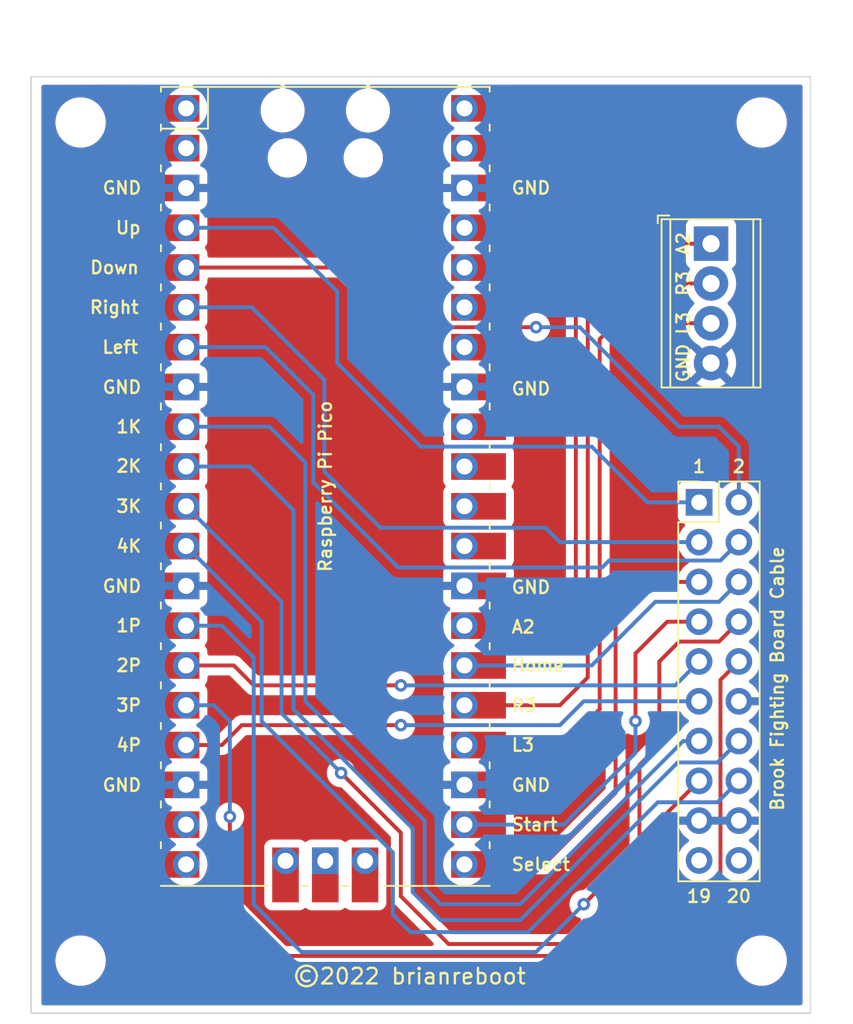
<source format=kicad_pcb>
(kicad_pcb (version 20211014) (generator pcbnew)
  (layers (0 "F.Cu" signal) (31 "B.Cu" signal) (34 "B.Paste" user) (35 "F.Paste" user) (36 "B.SilkS" user "B.Silkscreen") (37 "F.SilkS" user "F.Silkscreen") (38 "B.Mask" user) (39 "F.Mask" user) (44 "Edge.Cuts" user))
  (net 0 "")
  (net 1 "Net-(J1-Pad1)")
  (net 2 "Net-(J1-Pad2)")
  (net 3 "Net-(J1-Pad3)")
  (net 4 "GND")
  (net 5 "Net-(J2-Pad1)")
  (net 6 "Net-(J2-Pad2)")
  (net 7 "Net-(J2-Pad3)")
  (net 8 "Net-(J2-Pad4)")
  (net 9 "Net-(J2-Pad5)")
  (net 10 "Net-(J2-Pad6)")
  (net 11 "Net-(J2-Pad7)")
  (net 12 "Net-(J2-Pad8)")
  (net 13 "Net-(J2-Pad9)")
  (net 14 "Net-(J2-Pad10)")
  (net 15 "Net-(J2-Pad11)")
  (net 16 "Net-(J2-Pad13)")
  (net 17 "Net-(J2-Pad14)")
  (net 18 "Net-(J2-Pad15)")
  (net 19 "Net-(J2-Pad16)")
  (footprint "MountingHole:MountingHole_2.2mm_M2" (layer "F.Cu") (at 56 39)
    (fp_text reference "H1" hide)
    (fp_text value "MountingHole")
    (pad "" np_thru_hole circle (at 0 0) (size 2.2 2.2) (drill 2.2) (layers *.Cu *.Mask))
  )
  (footprint "MountingHole:MountingHole_2.2mm_M2" (layer "F.Cu") (at 99.5 39)
    (fp_text reference "H2" hide)
    (fp_text value "MountingHole")
    (pad "" np_thru_hole circle (at 0 0) (size 2.2 2.2) (drill 2.2) (layers *.Cu *.Mask))
  )
  (footprint "MountingHole:MountingHole_2.2mm_M2" (layer "F.Cu") (at 99.5 92.5)
    (fp_text reference "H4" hide)
    (fp_text value "MountingHole")
    (pad "" np_thru_hole circle (at 0 0) (size 2.2 2.2) (drill 2.2) (layers *.Cu *.Mask))
  )
  (footprint "RPi_Pico:RPi_Pico_SMD_TH" (layer "F.Cu") (at 71.628 62.23)
    (fp_text reference "Pico1" hide)
    (fp_text value "Pico")
    (fp_text user "1P" (at -12.547715 8.89) (layer "F.SilkS") (effects (font (size 0.8 0.8))))
    (fp_text user "R3" (at 12.7 13.97) (layer "F.SilkS") (effects (font (size 0.8 0.8))))
    (fp_text user "GND" (at 13.138095 -19.05) (layer "F.SilkS") (effects (font (size 0.8 0.8))))
    (fp_text user "2K" (at -12.547715 -1.3) (layer "F.SilkS") (effects (font (size 0.8 0.8))))
    (fp_text user "Up" (at -12.58581 -16.51) (layer "F.SilkS") (effects (font (size 0.8 0.8))))
    (fp_text user "A2" (at 12.642857 8.97) (layer "F.SilkS") (effects (font (size 0.8 0.8))))
    (fp_text user "Select" (at 13.766667 24.13) (layer "F.SilkS") (effects (font (size 0.8 0.8))))
    (fp_text user "3K" (at -12.547715 1.27) (layer "F.SilkS") (effects (font (size 0.8 0.8))))
    (fp_text user "Home" (at 13.576191 11.43) (layer "F.SilkS") (effects (font (size 0.8 0.8))))
    (fp_text user "GND" (at -12.98581 -19.05) (layer "F.SilkS") (effects (font (size 0.8 0.8))))
    (fp_text user "Left" (at -13.100096 -8.89) (layer "F.SilkS") (effects (font (size 0.8 0.8))))
    (fp_text user "3P" (at -12.547715 13.97) (layer "F.SilkS") (effects (font (size 0.8 0.8))))
    (fp_text user "1K" (at -12.547715 -3.81) (layer "F.SilkS") (effects (font (size 0.8 0.8))))
    (fp_text user "L3" (at 12.62381 16.51) (layer "F.SilkS") (effects (font (size 0.8 0.8))))
    (fp_text user "Right" (at -13.481048 -11.43) (layer "F.SilkS") (effects (font (size 0.8 0.8))))
    (fp_text user "4P" (at -12.547715 16.51) (layer "F.SilkS") (effects (font (size 0.8 0.8))))
    (fp_text user "4K" (at -12.547715 3.81) (layer "F.SilkS") (effects (font (size 0.8 0.8))))
    (fp_text user "Down" (at -13.462 -13.97) (layer "F.SilkS") (effects (font (size 0.8 0.8))))
    (fp_text user "Start" (at 13.366667 21.59) (layer "F.SilkS") (effects (font (size 0.8 0.8))))
    (fp_text user "2P" (at -12.547715 11.43) (layer "F.SilkS") (effects (font (size 0.8 0.8))))
    (fp_line (start -10.5 20.1) (end -10.5 20.5) (layer "F.SilkS") (width 0.12))
    (fp_line (start -10.5 -23.1) (end -10.5 -22.7) (layer "F.SilkS") (width 0.12))
    (fp_line (start -10.5 -5.3) (end -10.5 -4.9) (layer "F.SilkS") (width 0.12))
    (fp_line (start -10.5 -10.4) (end -10.5 -10) (layer "F.SilkS") (width 0.12))
    (fp_line (start -10.5 17.6) (end -10.5 18) (layer "F.SilkS") (width 0.12))
    (fp_line (start 10.5 7.4) (end 10.5 7.8) (layer "F.SilkS") (width 0.12))
    (fp_line (start -10.5 -22.833) (end -7.493 -22.833) (layer "F.SilkS") (width 0.12))
    (fp_line (start 10.5 25.5) (end 3.7 25.5) (layer "F.SilkS") (width 0.12))
    (fp_line (start 10.5 -15.4) (end 10.5 -15) (layer "F.SilkS") (width 0.12))
    (fp_line (start 10.5 -7.8) (end 10.5 -7.4) (layer "F.SilkS") (width 0.12))
    (fp_line (start 10.5 -18) (end 10.5 -17.6) (layer "F.SilkS") (width 0.12))
    (fp_line (start 10.5 20.1) (end 10.5 20.5) (layer "F.SilkS") (width 0.12))
    (fp_line (start 10.5 -12.9) (end 10.5 -12.5) (layer "F.SilkS") (width 0.12))
    (fp_line (start 10.5 12.5) (end 10.5 12.9) (layer "F.SilkS") (width 0.12))
    (fp_line (start -10.5 22.7) (end -10.5 23.1) (layer "F.SilkS") (width 0.12))
    (fp_line (start 10.5 -23.1) (end 10.5 -22.7) (layer "F.SilkS") (width 0.12))
    (fp_line (start 10.5 -10.4) (end 10.5 -10) (layer "F.SilkS") (width 0.12))
    (fp_line (start 10.5 15.1) (end 10.5 15.5) (layer "F.SilkS") (width 0.12))
    (fp_line (start -10.5 10) (end -10.5 10.4) (layer "F.SilkS") (width 0.12))
    (fp_line (start -10.5 15.1) (end -10.5 15.5) (layer "F.SilkS") (width 0.12))
    (fp_line (start -10.5 12.5) (end -10.5 12.9) (layer "F.SilkS") (width 0.12))
    (fp_line (start -10.5 -7.8) (end -10.5 -7.4) (layer "F.SilkS") (width 0.12))
    (fp_line (start -3.7 25.5) (end -10.5 25.5) (layer "F.SilkS") (width 0.12))
    (fp_line (start 10.5 10) (end 10.5 10.4) (layer "F.SilkS") (width 0.12))
    (fp_line (start 10.5 -20.5) (end 10.5 -20.1) (layer "F.SilkS") (width 0.12))
    (fp_line (start 10.5 -5.3) (end 10.5 -4.9) (layer "F.SilkS") (width 0.12))
    (fp_line (start -10.5 4.9) (end -10.5 5.3) (layer "F.SilkS") (width 0.12))
    (fp_line (start -7.493 -22.833) (end -7.493 -25.5) (layer "F.SilkS") (width 0.12))
    (fp_line (start -10.5 -2.7) (end -10.5 -2.3) (layer "F.SilkS") (width 0.12))
    (fp_line (start -10.5 -15.4) (end -10.5 -15) (layer "F.SilkS") (width 0.12))
    (fp_line (start -10.5 -0.2) (end -10.5 0.2) (layer "F.SilkS") (width 0.12))
    (fp_line (start 10.5 -25.5) (end 10.5 -25.2) (layer "F.SilkS") (width 0.12))
    (fp_line (start 10.5 2.3) (end 10.5 2.7) (layer "F.SilkS") (width 0.12))
    (fp_line (start -10.5 7.4) (end -10.5 7.8) (layer "F.SilkS") (width 0.12))
    (fp_line (start -10.5 -25.5) (end -10.5 -25.2) (layer "F.SilkS") (width 0.12))
    (fp_line (start -10.5 2.3) (end -10.5 2.7) (layer "F.SilkS") (width 0.12))
    (fp_line (start -10.5 -20.5) (end -10.5 -20.1) (layer "F.SilkS") (width 0.12))
    (fp_line (start 10.5 -2.7) (end 10.5 -2.3) (layer "F.SilkS") (width 0.12))
    (fp_line (start 10.5 -0.2) (end 10.5 0.2) (layer "F.SilkS") (width 0.12))
    (fp_line (start -10.5 -12.9) (end -10.5 -12.5) (layer "F.SilkS") (width 0.12))
    (fp_line (start 10.5 22.7) (end 10.5 23.1) (layer "F.SilkS") (width 0.12))
    (fp_line (start 1.1 25.5) (end 1.5 25.5) (layer "F.SilkS") (width 0.12))
    (fp_line (start -10.5 -18) (end -10.5 -17.6) (layer "F.SilkS") (width 0.12))
    (fp_line (start 10.5 4.9) (end 10.5 5.3) (layer "F.SilkS") (width 0.12))
    (fp_line (start 10.5 17.6) (end 10.5 18) (layer "F.SilkS") (width 0.12))
    (fp_line (start -1.5 25.5) (end -1.1 25.5) (layer "F.SilkS") (width 0.12))
    (fp_line (start -10.5 -25.5) (end 10.5 -25.5) (layer "F.SilkS") (width 0.12))
    (pad "" np_thru_hole oval (at -2.425 -20.97) (size 1.5 1.5) (drill 1.5) (layers *.Cu *.Mask))
    (pad "" np_thru_hole oval (at 2.425 -20.97) (size 1.5 1.5) (drill 1.5) (layers *.Cu *.Mask))
    (pad "" np_thru_hole oval (at 2.725 -24) (size 1.8 1.8) (drill 1.8) (layers *.Cu *.Mask))
    (pad "" np_thru_hole oval (at -2.725 -24) (size 1.8 1.8) (drill 1.8) (layers *.Cu *.Mask))
    (pad "1" thru_hole oval (at -8.89 -24.13) (size 1.7 1.7) (drill 1.02) (layers *.Cu *.Mask))
    (pad "1" smd rect (at -8.89 -24.13) (size 3.5 1.7) (drill (offset -0.9 0)) (layers "F.Cu" "F.Mask"))
    (pad "2" smd rect (at -8.89 -21.59) (size 3.5 1.7) (drill (offset -0.9 0)) (layers "F.Cu" "F.Mask"))
    (pad "2" thru_hole oval (at -8.89 -21.59) (size 1.7 1.7) (drill 1.02) (layers *.Cu *.Mask))
    (pad "3" smd rect (at -8.89 -19.05) (size 3.5 1.7) (drill (offset -0.9 0)) (layers "F.Cu" "F.Mask") (net 4 "GND"))
    (pad "3" thru_hole rect (at -8.89 -19.05) (size 1.7 1.7) (drill 1.02) (layers *.Cu *.Mask) (net 4 "GND"))
    (pad "4" thru_hole oval (at -8.89 -16.51) (size 1.7 1.7) (drill 1.02) (layers *.Cu *.Mask) (net 5 "Net-(J2-Pad1)"))
    (pad "4" smd rect (at -8.89 -16.51) (size 3.5 1.7) (drill (offset -0.9 0)) (layers "F.Cu" "F.Mask") (net 5 "Net-(J2-Pad1)"))
    (pad "5" smd rect (at -8.89 -13.97) (size 3.5 1.7) (drill (offset -0.9 0)) (layers "F.Cu" "F.Mask") (net 6 "Net-(J2-Pad2)"))
    (pad "5" thru_hole oval (at -8.89 -13.97) (size 1.7 1.7) (drill 1.02) (layers *.Cu *.Mask) (net 6 "Net-(J2-Pad2)"))
    (pad "6" smd rect (at -8.89 -11.43) (size 3.5 1.7) (drill (offset -0.9 0)) (layers "F.Cu" "F.Mask") (net 7 "Net-(J2-Pad3)"))
    (pad "6" thru_hole oval (at -8.89 -11.43) (size 1.7 1.7) (drill 1.02) (layers *.Cu *.Mask) (net 7 "Net-(J2-Pad3)"))
    (pad "7" thru_hole oval (at -8.89 -8.89) (size 1.7 1.7) (drill 1.02) (layers *.Cu *.Mask) (net 8 "Net-(J2-Pad4)"))
    (pad "7" smd rect (at -8.89 -8.89) (size 3.5 1.7) (drill (offset -0.9 0)) (layers "F.Cu" "F.Mask") (net 8 "Net-(J2-Pad4)"))
    (pad "8" thru_hole rect (at -8.89 -6.35) (size 1.7 1.7) (drill 1.02) (layers *.Cu *.Mask) (net 4 "GND"))
    (pad "8" smd rect (at -8.89 -6.35) (size 3.5 1.7) (drill (offset -0.9 0)) (layers "F.Cu" "F.Mask") (net 4 "GND"))
    (pad "9" smd rect (at -8.89 -3.81) (size 3.5 1.7) (drill (offset -0.9 0)) (layers "F.Cu" "F.Mask") (net 16 "Net-(J2-Pad13)"))
    (pad "9" thru_hole oval (at -8.89 -3.81) (size 1.7 1.7) (drill 1.02) (layers *.Cu *.Mask) (net 16 "Net-(J2-Pad13)"))
    (pad "10" smd rect (at -8.89 -1.27) (size 3.5 1.7) (drill (offset -0.9 0)) (layers "F.Cu" "F.Mask") (net 17 "Net-(J2-Pad14)"))
    (pad "10" thru_hole oval (at -8.89 -1.27) (size 1.7 1.7) (drill 1.02) (layers *.Cu *.Mask) (net 17 "Net-(J2-Pad14)"))
    (pad "11" smd rect (at -8.89 1.27) (size 3.5 1.7) (drill (offset -0.9 0)) (layers "F.Cu" "F.Mask") (net 18 "Net-(J2-Pad15)"))
    (pad "11" thru_hole oval (at -8.89 1.27) (size 1.7 1.7) (drill 1.02) (layers *.Cu *.Mask) (net 18 "Net-(J2-Pad15)"))
    (pad "12" smd rect (at -8.89 3.81) (size 3.5 1.7) (drill (offset -0.9 0)) (layers "F.Cu" "F.Mask") (net 19 "Net-(J2-Pad16)"))
    (pad "12" thru_hole oval (at -8.89 3.81) (size 1.7 1.7) (drill 1.02) (layers *.Cu *.Mask) (net 19 "Net-(J2-Pad16)"))
    (pad "13" smd rect (at -8.89 6.35) (size 3.5 1.7) (drill (offset -0.9 0)) (layers "F.Cu" "F.Mask") (net 4 "GND"))
    (pad "13" thru_hole rect (at -8.89 6.35) (size 1.7 1.7) (drill 1.02) (layers *.Cu *.Mask) (net 4 "GND"))
    (pad "14" smd rect (at -8.89 8.89) (size 3.5 1.7) (drill (offset -0.9 0)) (layers "F.Cu" "F.Mask") (net 12 "Net-(J2-Pad8)"))
    (pad "14" thru_hole oval (at -8.89 8.89) (size 1.7 1.7) (drill 1.02) (layers *.Cu *.Mask) (net 12 "Net-(J2-Pad8)"))
    (pad "15" smd rect (at -8.89 11.43) (size 3.5 1.7) (drill (offset -0.9 0)) (layers "F.Cu" "F.Mask") (net 13 "Net-(J2-Pad9)"))
    (pad "15" thru_hole oval (at -8.89 11.43) (size 1.7 1.7) (drill 1.02) (layers *.Cu *.Mask) (net 13 "Net-(J2-Pad9)"))
    (pad "16" smd rect (at -8.89 13.97) (size 3.5 1.7) (drill (offset -0.9 0)) (layers "F.Cu" "F.Mask") (net 14 "Net-(J2-Pad10)"))
    (pad "16" thru_hole oval (at -8.89 13.97) (size 1.7 1.7) (drill 1.02) (layers *.Cu *.Mask) (net 14 "Net-(J2-Pad10)"))
    (pad "17" thru_hole oval (at -8.89 16.51) (size 1.7 1.7) (drill 1.02) (layers *.Cu *.Mask) (net 15 "Net-(J2-Pad11)"))
    (pad "17" smd rect (at -8.89 16.51) (size 3.5 1.7) (drill (offset -0.9 0)) (layers "F.Cu" "F.Mask") (net 15 "Net-(J2-Pad11)"))
    (pad "18" smd rect (at -8.89 19.05) (size 3.5 1.7) (drill (offset -0.9 0)) (layers "F.Cu" "F.Mask") (net 4 "GND"))
    (pad "18" thru_hole rect (at -8.89 19.05) (size 1.7 1.7) (drill 1.02) (layers *.Cu *.Mask) (net 4 "GND"))
    (pad "19" smd rect (at -8.89 21.59) (size 3.5 1.7) (drill (offset -0.9 0)) (layers "F.Cu" "F.Mask"))
    (pad "19" thru_hole oval (at -8.89 21.59) (size 1.7 1.7) (drill 1.02) (layers *.Cu *.Mask))
    (pad "20" smd rect (at -8.89 24.13) (size 3.5 1.7) (drill (offset -0.9 0)) (layers "F.Cu" "F.Mask"))
    (pad "20" thru_hole oval (at -8.89 24.13) (size 1.7 1.7) (drill 1.02) (layers *.Cu *.Mask))
    (pad "21" smd rect (at 8.89 24.13) (size 3.5 1.7) (drill (offset 0.9 0)) (layers "F.Cu" "F.Mask") (net 9 "Net-(J2-Pad5)"))
    (pad "21" thru_hole oval (at 8.89 24.13) (size 1.7 1.7) (drill 1.02) (layers *.Cu *.Mask) (net 9 "Net-(J2-Pad5)"))
    (pad "22" smd rect (at 8.89 21.59) (size 3.5 1.7) (drill (offset 0.9 0)) (layers "F.Cu" "F.Mask") (net 11 "Net-(J2-Pad7)"))
    (pad "22" thru_hole oval (at 8.89 21.59) (size 1.7 1.7) (drill 1.02) (layers *.Cu *.Mask) (net 11 "Net-(J2-Pad7)"))
    (pad "23" thru_hole rect (at 8.89 19.05) (size 1.7 1.7) (drill 1.02) (layers *.Cu *.Mask) (net 4 "GND"))
    (pad "23" smd rect (at 8.89 19.05) (size 3.5 1.7) (drill (offset 0.9 0)) (layers "F.Cu" "F.Mask") (net 4 "GND"))
    (pad "24" smd rect (at 8.89 16.51) (size 3.5 1.7) (drill (offset 0.9 0)) (layers "F.Cu" "F.Mask") (net 3 "Net-(J1-Pad3)"))
    (pad "24" thru_hole oval (at 8.89 16.51) (size 1.7 1.7) (drill 1.02) (layers *.Cu *.Mask) (net 3 "Net-(J1-Pad3)"))
    (pad "25" smd rect (at 8.89 13.97) (size 3.5 1.7) (drill (offset 0.9 0)) (layers "F.Cu" "F.Mask") (net 2 "Net-(J1-Pad2)"))
    (pad "25" thru_hole oval (at 8.89 13.97) (size 1.7 1.7) (drill 1.02) (layers *.Cu *.Mask) (net 2 "Net-(J1-Pad2)"))
    (pad "26" smd rect (at 8.89 11.43) (size 3.5 1.7) (drill (offset 0.9 0)) (layers "F.Cu" "F.Mask") (net 10 "Net-(J2-Pad6)"))
    (pad "26" thru_hole oval (at 8.89 11.43) (size 1.7 1.7) (drill 1.02) (layers *.Cu *.Mask) (net 10 "Net-(J2-Pad6)"))
    (pad "27" smd rect (at 8.89 8.89) (size 3.5 1.7) (drill (offset 0.9 0)) (layers "F.Cu" "F.Mask") (net 1 "Net-(J1-Pad1)"))
    (pad "27" thru_hole oval (at 8.89 8.89) (size 1.7 1.7) (drill 1.02) (layers *.Cu *.Mask) (net 1 "Net-(J1-Pad1)"))
    (pad "28" smd rect (at 8.89 6.35) (size 3.5 1.7) (drill (offset 0.9 0)) (layers "F.Cu" "F.Mask") (net 4 "GND"))
    (pad "28" thru_hole rect (at 8.89 6.35) (size 1.7 1.7) (drill 1.02) (layers *.Cu *.Mask) (net 4 "GND"))
    (pad "29" thru_hole oval (at 8.89 3.81) (size 1.7 1.7) (drill 1.02) (layers *.Cu *.Mask))
    (pad "29" smd rect (at 8.89 3.81) (size 3.5 1.7) (drill (offset 0.9 0)) (layers "F.Cu" "F.Mask"))
    (pad "30" smd rect (at 8.89 1.27) (size 3.5 1.7) (drill (offset 0.9 0)) (layers "F.Cu" "F.Mask"))
    (pad "30" thru_hole oval (at 8.89 1.27) (size 1.7 1.7) (drill 1.02) (layers *.Cu *.Mask))
    (pad "31" smd rect (at 8.89 -1.27) (size 3.5 1.7) (drill (offset 0.9 0)) (layers "F.Cu" "F.Mask"))
    (pad "31" thru_hole oval (at 8.89 -1.27) (size 1.7 1.7) (drill 1.02) (layers *.Cu *.Mask))
    (pad "32" smd rect (at 8.89 -3.81) (size 3.5 1.7) (drill (offset 0.9 0)) (layers "F.Cu" "F.Mask"))
    (pad "32" thru_hole oval (at 8.89 -3.81) (size 1.7 1.7) (drill 1.02) (layers *.Cu *.Mask))
    (pad "33" thru_hole rect (at 8.89 -6.35) (size 1.7 1.7) (drill 1.02) (layers *.Cu *.Mask) (net 4 "GND"))
    (pad "33" smd rect (at 8.89 -6.35) (size 3.5 1.7) (drill (offset 0.9 0)) (layers "F.Cu" "F.Mask") (net 4 "GND"))
    (pad "34" smd rect (at 8.89 -8.89) (size 3.5 1.7) (drill (offset 0.9 0)) (layers "F.Cu" "F.Mask"))
    (pad "34" thru_hole oval (at 8.89 -8.89) (size 1.7 1.7) (drill 1.02) (layers *.Cu *.Mask))
    (pad "35" thru_hole oval (at 8.89 -11.43) (size 1.7 1.7) (drill 1.02) (layers *.Cu *.Mask))
    (pad "35" smd rect (at 8.89 -11.43) (size 3.5 1.7) (drill (offset 0.9 0)) (layers "F.Cu" "F.Mask"))
    (pad "36" smd rect (at 8.89 -13.97) (size 3.5 1.7) (drill (offset 0.9 0)) (layers "F.Cu" "F.Mask"))
    (pad "36" thru_hole oval (at 8.89 -13.97) (size 1.7 1.7) (drill 1.02) (layers *.Cu *.Mask))
    (pad "37" smd rect (at 8.89 -16.51) (size 3.5 1.7) (drill (offset 0.9 0)) (layers "F.Cu" "F.Mask"))
    (pad "37" thru_hole oval (at 8.89 -16.51) (size 1.7 1.7) (drill 1.02) (layers *.Cu *.Mask))
    (pad "38" smd rect (at 8.89 -19.05) (size 3.5 1.7) (drill (offset 0.9 0)) (layers "F.Cu" "F.Mask") (net 4 "GND"))
    (pad "38" thru_hole rect (at 8.89 -19.05) (size 1.7 1.7) (drill 1.02) (layers *.Cu *.Mask) (net 4 "GND"))
    (pad "39" thru_hole oval (at 8.89 -21.59) (size 1.7 1.7) (drill 1.02) (layers *.Cu *.Mask))
    (pad "39" smd rect (at 8.89 -21.59) (size 3.5 1.7) (drill (offset 0.9 0)) (layers "F.Cu" "F.Mask"))
    (pad "40" thru_hole oval (at 8.89 -24.13) (size 1.7 1.7) (drill 1.02) (layers *.Cu *.Mask))
    (pad "40" smd rect (at 8.89 -24.13) (size 3.5 1.7) (drill (offset 0.9 0)) (layers "F.Cu" "F.Mask"))
    (pad "41" smd rect (at -2.54 23.9 90) (size 3.5 1.7) (drill (offset -0.9 0)) (layers "F.Cu" "F.Mask"))
    (pad "41" thru_hole oval (at -2.54 23.9) (size 1.7 1.7) (drill 1.02) (layers *.Cu *.Mask))
    (pad "42" smd rect (at 0 23.9 90) (size 3.5 1.7) (drill (offset -0.9 0)) (layers "F.Cu" "F.Mask"))
    (pad "42" thru_hole rect (at 0 23.9) (size 1.7 1.7) (drill 1.02) (layers *.Cu *.Mask))
    (pad "43" thru_hole oval (at 2.54 23.9) (size 1.7 1.7) (drill 1.02) (layers *.Cu *.Mask))
    (pad "43" smd rect (at 2.54 23.9 90) (size 3.5 1.7) (drill (offset -0.9 0)) (layers "F.Cu" "F.Mask"))
  )
  (footprint "Connector_PinHeader_2.54mm:PinHeader_2x10_P2.54mm_Vertical" (layer "F.Cu") (at 95.504 63.246)
    (fp_text reference "J2" hide)
    (fp_text value "Conn_02x10_Odd_Even")
    (fp_line (start -1.33 0) (end -1.33 -1.33) (layer "F.SilkS") (width 0.12))
    (fp_line (start -1.33 -1.33) (end 0 -1.33) (layer "F.SilkS") (width 0.12))
    (fp_line (start -1.33 1.27) (end -1.33 24.19) (layer "F.SilkS") (width 0.12))
    (fp_line (start -1.33 24.19) (end 3.87 24.19) (layer "F.SilkS") (width 0.12))
    (fp_line (start 3.87 -1.33) (end 3.87 24.19) (layer "F.SilkS") (width 0.12))
    (fp_line (start 1.27 1.27) (end 1.27 -1.33) (layer "F.SilkS") (width 0.12))
    (fp_line (start 1.27 -1.33) (end 3.87 -1.33) (layer "F.SilkS") (width 0.12))
    (fp_line (start -1.33 1.27) (end 1.27 1.27) (layer "F.SilkS") (width 0.12))
    (pad "1" thru_hole rect (at 0 0) (size 1.7 1.7) (drill 1) (layers *.Cu *.Mask) (net 5 "Net-(J2-Pad1)"))
    (pad "2" thru_hole oval (at 2.54 0) (size 1.7 1.7) (drill 1) (layers *.Cu *.Mask) (net 6 "Net-(J2-Pad2)"))
    (pad "3" thru_hole oval (at 0 2.54) (size 1.7 1.7) (drill 1) (layers *.Cu *.Mask) (net 7 "Net-(J2-Pad3)"))
    (pad "4" thru_hole oval (at 2.54 2.54) (size 1.7 1.7) (drill 1) (layers *.Cu *.Mask) (net 8 "Net-(J2-Pad4)"))
    (pad "5" thru_hole oval (at 0 5.08) (size 1.7 1.7) (drill 1) (layers *.Cu *.Mask) (net 9 "Net-(J2-Pad5)"))
    (pad "6" thru_hole oval (at 2.54 5.08) (size 1.7 1.7) (drill 1) (layers *.Cu *.Mask) (net 10 "Net-(J2-Pad6)"))
    (pad "7" thru_hole oval (at 0 7.62) (size 1.7 1.7) (drill 1) (layers *.Cu *.Mask) (net 11 "Net-(J2-Pad7)"))
    (pad "8" thru_hole oval (at 2.54 7.62) (size 1.7 1.7) (drill 1) (layers *.Cu *.Mask) (net 12 "Net-(J2-Pad8)"))
    (pad "9" thru_hole oval (at 0 10.16) (size 1.7 1.7) (drill 1) (layers *.Cu *.Mask) (net 13 "Net-(J2-Pad9)"))
    (pad "10" thru_hole oval (at 2.54 10.16) (size 1.7 1.7) (drill 1) (layers *.Cu *.Mask) (net 14 "Net-(J2-Pad10)"))
    (pad "11" thru_hole oval (at 0 12.7) (size 1.7 1.7) (drill 1) (layers *.Cu *.Mask) (net 15 "Net-(J2-Pad11)"))
    (pad "12" thru_hole oval (at 2.54 12.7) (size 1.7 1.7) (drill 1) (layers *.Cu *.Mask) (net 4 "GND"))
    (pad "13" thru_hole oval (at 0 15.24) (size 1.7 1.7) (drill 1) (layers *.Cu *.Mask) (net 16 "Net-(J2-Pad13)"))
    (pad "14" thru_hole oval (at 2.54 15.24) (size 1.7 1.7) (drill 1) (layers *.Cu *.Mask) (net 17 "Net-(J2-Pad14)"))
    (pad "15" thru_hole oval (at 0 17.78) (size 1.7 1.7) (drill 1) (layers *.Cu *.Mask) (net 18 "Net-(J2-Pad15)"))
    (pad "16" thru_hole oval (at 2.54 17.78) (size 1.7 1.7) (drill 1) (layers *.Cu *.Mask) (net 19 "Net-(J2-Pad16)"))
    (pad "17" thru_hole oval (at 0 20.32) (size 1.7 1.7) (drill 1) (layers *.Cu *.Mask) (net 4 "GND"))
    (pad "18" thru_hole oval (at 2.54 20.32) (size 1.7 1.7) (drill 1) (layers *.Cu *.Mask) (net 4 "GND"))
    (pad "19" thru_hole oval (at 0 22.86) (size 1.7 1.7) (drill 1) (layers *.Cu *.Mask))
    (pad "20" thru_hole oval (at 2.54 22.86) (size 1.7 1.7) (drill 1) (layers *.Cu *.Mask))
  )
  (footprint "MountingHole:MountingHole_2.2mm_M2" (layer "F.Cu") (at 56 92.5)
    (fp_text reference "H3" hide)
    (fp_text value "MountingHole")
    (pad "" np_thru_hole circle (at 0 0) (size 2.2 2.2) (drill 2.2) (layers *.Cu *.Mask))
  )
  (footprint "TerminalBlock_Phoenix:TerminalBlock_Phoenix_MPT-0,5-4-2.54_1x04_P2.54mm_Horizontal" (layer "F.Cu") (at 96.266 46.736 -90)
    (fp_text reference "J1" hide)
    (fp_text value "Conn_01x04")
    (fp_line (start -1.8 3.4) (end -1.3 3.4) (layer "F.SilkS") (width 0.12))
    (fp_line (start -1.56 -2.7) (end 9.18 -2.7) (layer "F.SilkS") (width 0.12))
    (fp_line (start -1.56 2.6) (end 9.18 2.6) (layer "F.SilkS") (width 0.12))
    (fp_line (start -1.56 -3.16) (end -1.56 3.16) (layer "F.SilkS") (width 0.12))
    (fp_line (start 9.18 -3.16) (end 9.18 3.16) (layer "F.SilkS") (width 0.12))
    (fp_line (start -1.8 2.66) (end -1.8 3.4) (layer "F.SilkS") (width 0.12))
    (fp_line (start -1.56 -3.16) (end 9.18 -3.16) (layer "F.SilkS") (width 0.12))
    (fp_line (start -1.56 3.16) (end 9.18 3.16) (layer "F.SilkS") (width 0.12))
    (pad "1" thru_hole rect (at 0 0 270) (size 2.2 2.2) (drill 1.1) (layers *.Cu *.Mask) (net 1 "Net-(J1-Pad1)"))
    (pad "2" thru_hole circle (at 2.54 0 270) (size 2.2 2.2) (drill 1.1) (layers *.Cu *.Mask) (net 2 "Net-(J1-Pad2)"))
    (pad "3" thru_hole circle (at 5.08 0 270) (size 2.2 2.2) (drill 1.1) (layers *.Cu *.Mask) (net 3 "Net-(J1-Pad3)"))
    (pad "4" thru_hole circle (at 7.62 0 270) (size 2.2 2.2) (drill 1.1) (layers *.Cu *.Mask) (net 4 "GND"))
  )
  (gr_rect (start 52.832 36.076) (end 102.616 95.86) (layer "Edge.Cuts") (width 0.1) (fill none))
  (gr_text "20" (at 98.044 88.392) (layer "F.SilkS") (effects (font (size 0.8 0.8))))
  (gr_text "GND\n" (at 84.766095 68.67) (layer "F.SilkS") (effects (font (size 0.8 0.8))))
  (gr_text "Raspberry Pi Pico" (at 71.628 62.23 90) (layer "F.SilkS") (effects (font (size 0.8 0.8))))
  (gr_text "R3" (at 94.488 49.276 90) (layer "F.SilkS") (effects (font (size 0.8 0.8))))
  (gr_text "19" (at 95.504 88.392) (layer "F.SilkS") (effects (font (size 0.8 0.8))))
  (gr_text "GND" (at 84.766095 56) (layer "F.SilkS") (effects (font (size 0.8 0.8))))
  (gr_text "©2022 brianreboot" (at 77 93.5) (layer "F.SilkS") (effects (font (size 1 1))))
  (gr_text "GND" (at 58.64219 68.6) (layer "F.SilkS") (effects (font (size 0.8 0.8))))
  (gr_text "L3" (at 94.488 51.816 90) (layer "F.SilkS") (effects (font (size 0.8 0.8))))
  (gr_text "Brook Fighting Board Cable" (at 100.5 74.5 90) (layer "F.SilkS") (effects (font (size 0.8 0.8))))
  (gr_text "GND" (at 94.488 54.356 90) (layer "F.SilkS") (effects (font (size 0.8 0.8))))
  (gr_text "GND" (at 58.64219 55.9) (layer "F.SilkS") (effects (font (size 0.8 0.8))))
  (gr_text "A2" (at 94.488 46.736 90) (layer "F.SilkS") (effects (font (size 0.8 0.8))))
  (gr_text "2" (at 98.044 60.96) (layer "F.SilkS") (effects (font (size 0.8 0.8))))
  (gr_text "GND" (at 58.64219 81.3) (layer "F.SilkS") (effects (font (size 0.8 0.8))))
  (gr_text "GND\n" (at 84.766095 81.3) (layer "F.SilkS") (effects (font (size 0.8 0.8))))
  (gr_text "1" (at 95.504 60.96) (layer "F.SilkS") (effects (font (size 0.8 0.8))))
  (segment (start 87.63 49.53) (end 90.424 46.736) (width 0.25) (layer "F.Cu") (net 1))
  (segment (start 80.518 71.12) (end 85.09 71.12) (width 0.25) (layer "F.Cu") (net 1))
  (segment (start 90.424 46.736) (end 96.266 46.736) (width 0.25) (layer "F.Cu") (net 1))
  (segment (start 85.09 71.12) (end 87.63 68.58) (width 0.25) (layer "F.Cu") (net 1))
  (segment (start 87.63 68.58) (end 87.63 49.53) (width 0.25) (layer "F.Cu") (net 1))
  (segment (start 80.518 76.2) (end 86.614 76.2) (width 0.25) (layer "F.Cu") (net 2))
  (segment (start 88.392 74.422) (end 88.392 50.8) (width 0.25) (layer "F.Cu") (net 2))
  (segment (start 88.392 50.8) (end 89.916 49.276) (width 0.25) (layer "F.Cu") (net 2))
  (segment (start 89.916 49.276) (end 96.266 49.276) (width 0.25) (layer "F.Cu") (net 2))
  (segment (start 86.614 76.2) (end 88.392 74.422) (width 0.25) (layer "F.Cu") (net 2))
  (segment (start 86.868 78.74) (end 89.154 76.454) (width 0.25) (layer "F.Cu") (net 3))
  (segment (start 89.154 52.832) (end 90.17 51.816) (width 0.25) (layer "F.Cu") (net 3))
  (segment (start 80.518 78.74) (end 86.868 78.74) (width 0.25) (layer "F.Cu") (net 3))
  (segment (start 89.154 76.454) (end 89.154 52.832) (width 0.25) (layer "F.Cu") (net 3))
  (segment (start 90.17 51.816) (end 96.266 51.816) (width 0.25) (layer "F.Cu") (net 3))
  (segment (start 68.326 45.72) (end 72.39 49.784) (width 0.25) (layer "B.Cu") (net 5))
  (segment (start 62.738 45.72) (end 68.326 45.72) (width 0.25) (layer "B.Cu") (net 5))
  (segment (start 72.39 49.784) (end 72.39 54.356) (width 0.25) (layer "B.Cu") (net 5))
  (segment (start 88.646 59.69) (end 92.202 63.246) (width 0.25) (layer "B.Cu") (net 5))
  (segment (start 72.39 54.356) (end 77.724 59.69) (width 0.25) (layer "B.Cu") (net 5))
  (segment (start 77.724 59.69) (end 88.646 59.69) (width 0.25) (layer "B.Cu") (net 5))
  (segment (start 92.202 63.246) (end 95.504 63.246) (width 0.25) (layer "B.Cu") (net 5))
  (segment (start 62.738 48.26) (end 72.644 48.26) (width 0.25) (layer "F.Cu") (net 6))
  (segment (start 84.582 52.07) (end 85.09 52.07) (width 0.25) (layer "F.Cu") (net 6))
  (segment (start 72.644 48.26) (end 76.454 52.07) (width 0.25) (layer "F.Cu") (net 6))
  (segment (start 76.454 52.07) (end 84.582 52.07) (width 0.25) (layer "F.Cu") (net 6))
  (via (at 85.09 52.07) (size 0.8) (drill 0.4) (layers "F.Cu" "B.Cu") (net 6))
  (segment (start 98.044 59.69) (end 98.044 63.246) (width 0.25) (layer "B.Cu") (net 6))
  (segment (start 87.884 52.07) (end 94.234 58.42) (width 0.25) (layer "B.Cu") (net 6))
  (segment (start 96.774 58.42) (end 98.044 59.69) (width 0.25) (layer "B.Cu") (net 6))
  (segment (start 85.09 52.07) (end 87.884 52.07) (width 0.25) (layer "B.Cu") (net 6))
  (segment (start 94.234 58.42) (end 96.774 58.42) (width 0.25) (layer "B.Cu") (net 6))
  (segment (start 85.693 64.865) (end 86.614 65.786) (width 0.25) (layer "B.Cu") (net 7))
  (segment (start 75.15269 64.865) (end 85.693 64.865) (width 0.25) (layer "B.Cu") (net 7))
  (segment (start 71.569501 61.281811) (end 75.15269 64.865) (width 0.25) (layer "B.Cu") (net 7))
  (segment (start 86.614 65.786) (end 95.504 65.786) (width 0.25) (layer "B.Cu") (net 7))
  (segment (start 62.738 50.8) (end 66.92969 50.8) (width 0.25) (layer "B.Cu") (net 7))
  (segment (start 66.92969 50.8) (end 71.569501 55.439811) (width 0.25) (layer "B.Cu") (net 7))
  (segment (start 71.569501 55.439811) (end 71.569501 61.281811) (width 0.25) (layer "B.Cu") (net 7))
  (segment (start 70.866 56.388) (end 70.866 61.976) (width 0.25) (layer "B.Cu") (net 8))
  (segment (start 70.866 61.976) (end 76.295 67.405) (width 0.25) (layer "B.Cu") (net 8))
  (segment (start 67.818 53.34) (end 70.866 56.388) (width 0.25) (layer "B.Cu") (net 8))
  (segment (start 89.757 66.961) (end 96.869 66.961) (width 0.25) (layer "B.Cu") (net 8))
  (segment (start 76.295 67.405) (end 89.313 67.405) (width 0.25) (layer "B.Cu") (net 8))
  (segment (start 96.869 66.961) (end 98.044 65.786) (width 0.25) (layer "B.Cu") (net 8))
  (segment (start 62.738 53.34) (end 67.818 53.34) (width 0.25) (layer "B.Cu") (net 8))
  (segment (start 89.313 67.405) (end 89.757 66.961) (width 0.25) (layer "B.Cu") (net 8))
  (segment (start 91.948 68.326) (end 90.17 70.104) (width 0.25) (layer "F.Cu") (net 9))
  (segment (start 95.504 68.326) (end 91.948 68.326) (width 0.25) (layer "F.Cu") (net 9))
  (segment (start 90.17 70.104) (end 90.17 81.788) (width 0.25) (layer "F.Cu") (net 9))
  (segment (start 90.17 81.788) (end 85.598 86.36) (width 0.25) (layer "F.Cu") (net 9))
  (segment (start 85.598 86.36) (end 80.518 86.36) (width 0.25) (layer "F.Cu") (net 9))
  (segment (start 96.774 69.596) (end 98.044 68.326) (width 0.25) (layer "B.Cu") (net 10))
  (segment (start 88.646 73.66) (end 92.71 69.596) (width 0.25) (layer "B.Cu") (net 10))
  (segment (start 80.518 73.66) (end 88.646 73.66) (width 0.25) (layer "B.Cu") (net 10))
  (segment (start 92.71 69.596) (end 96.774 69.596) (width 0.25) (layer "B.Cu") (net 10))
  (segment (start 91.44 77.216) (end 91.44 72.898) (width 0.25) (layer "F.Cu") (net 11))
  (segment (start 91.44 72.898) (end 93.472 70.866) (width 0.25) (layer "F.Cu") (net 11))
  (segment (start 93.472 70.866) (end 95.504 70.866) (width 0.25) (layer "F.Cu") (net 11))
  (via (at 91.44 77.216) (size 0.8) (drill 0.4) (layers "F.Cu" "B.Cu") (net 11))
  (segment (start 91.44 79.248) (end 86.868 83.82) (width 0.25) (layer "B.Cu") (net 11))
  (segment (start 91.44 77.216) (end 91.44 79.248) (width 0.25) (layer "B.Cu") (net 11))
  (segment (start 86.868 83.82) (end 80.518 83.82) (width 0.25) (layer "B.Cu") (net 11))
  (segment (start 92.964 73.406) (end 94.234 72.136) (width 0.25) (layer "F.Cu") (net 12))
  (segment (start 91.694 80.01) (end 92.964 78.74) (width 0.25) (layer "F.Cu") (net 12))
  (segment (start 94.234 72.136) (end 96.774 72.136) (width 0.25) (layer "F.Cu") (net 12))
  (segment (start 92.964 78.74) (end 92.964 73.406) (width 0.25) (layer "F.Cu") (net 12))
  (segment (start 88.138 88.9) (end 91.694 85.344) (width 0.25) (layer "F.Cu") (net 12))
  (segment (start 91.694 85.344) (end 91.694 80.01) (width 0.25) (layer "F.Cu") (net 12))
  (segment (start 96.774 72.136) (end 98.044 70.866) (width 0.25) (layer "F.Cu") (net 12))
  (via (at 88.138 88.9) (size 0.8) (drill 0.4) (layers "F.Cu" "B.Cu") (net 12))
  (segment (start 85.09 91.948) (end 88.138 88.9) (width 0.25) (layer "B.Cu") (net 12))
  (segment (start 70.104 91.948) (end 85.09 91.948) (width 0.25) (layer "B.Cu") (net 12))
  (segment (start 67.056 88.9) (end 70.104 91.948) (width 0.25) (layer "B.Cu") (net 12))
  (segment (start 62.738 71.12) (end 65.024 71.12) (width 0.25) (layer "B.Cu") (net 12))
  (segment (start 65.024 71.12) (end 67.056 73.152) (width 0.25) (layer "B.Cu") (net 12))
  (segment (start 67.056 73.152) (end 67.056 88.9) (width 0.25) (layer "B.Cu") (net 12))
  (segment (start 76.454 74.93) (end 67.056 74.93) (width 0.25) (layer "F.Cu") (net 13))
  (segment (start 67.056 74.93) (end 65.786 73.66) (width 0.25) (layer "F.Cu") (net 13))
  (segment (start 65.786 73.66) (end 62.738 73.66) (width 0.25) (layer "F.Cu") (net 13))
  (via (at 76.454 74.93) (size 0.8) (drill 0.4) (layers "F.Cu" "B.Cu") (net 13))
  (segment (start 95.504 73.406) (end 93.98 74.93) (width 0.25) (layer "B.Cu") (net 13))
  (segment (start 93.98 74.93) (end 76.454 74.93) (width 0.25) (layer "B.Cu") (net 13))
  (segment (start 96.869 74.581) (end 96.869 90.329) (width 0.25) (layer "F.Cu") (net 14))
  (segment (start 94.996 92.202) (end 68.834 92.202) (width 0.25) (layer "F.Cu") (net 14))
  (segment (start 94.996 92.202) (end 96.869 90.329) (width 0.25) (layer "F.Cu") (net 14))
  (segment (start 68.834 92.202) (end 65.532 88.9) (width 0.25) (layer "F.Cu") (net 14))
  (segment (start 98.044 73.406) (end 96.869 74.581) (width 0.25) (layer "F.Cu") (net 14))
  (segment (start 65.532 88.9) (end 65.532 83.312) (width 0.25) (layer "F.Cu") (net 14))
  (via (at 65.532 83.312) (size 0.8) (drill 0.4) (layers "F.Cu" "B.Cu") (net 14))
  (segment (start 64.516 76.2) (end 62.738 76.2) (width 0.25) (layer "B.Cu") (net 14))
  (segment (start 65.532 83.312) (end 65.532 77.216) (width 0.25) (layer "B.Cu") (net 14))
  (segment (start 65.532 77.216) (end 64.516 76.2) (width 0.25) (layer "B.Cu") (net 14))
  (segment (start 65.024 78.74) (end 62.738 78.74) (width 0.25) (layer "F.Cu") (net 15))
  (segment (start 66.294 77.47) (end 65.024 78.74) (width 0.25) (layer "F.Cu") (net 15))
  (segment (start 76.454 77.47) (end 66.294 77.47) (width 0.25) (layer "F.Cu") (net 15))
  (via (at 76.454 77.47) (size 0.8) (drill 0.4) (layers "F.Cu" "B.Cu") (net 15))
  (segment (start 86.614 77.47) (end 88.138 75.946) (width 0.25) (layer "B.Cu") (net 15))
  (segment (start 76.454 77.47) (end 86.614 77.47) (width 0.25) (layer "B.Cu") (net 15))
  (segment (start 88.138 75.946) (end 95.504 75.946) (width 0.25) (layer "B.Cu") (net 15))
  (segment (start 77.978 87.884) (end 78.994 88.9) (width 0.25) (layer "B.Cu") (net 16))
  (segment (start 94.488 78.486) (end 95.504 78.486) (width 0.25) (layer "B.Cu") (net 16))
  (segment (start 68.072 58.42) (end 70.358 60.706) (width 0.25) (layer "B.Cu") (net 16))
  (segment (start 84.074 88.9) (end 94.488 78.486) (width 0.25) (layer "B.Cu") (net 16))
  (segment (start 70.358 60.706) (end 70.358 75.946) (width 0.25) (layer "B.Cu") (net 16))
  (segment (start 78.994 88.9) (end 84.074 88.9) (width 0.25) (layer "B.Cu") (net 16))
  (segment (start 77.978 83.566) (end 77.978 87.884) (width 0.25) (layer "B.Cu") (net 16))
  (segment (start 62.738 58.42) (end 68.072 58.42) (width 0.25) (layer "B.Cu") (net 16))
  (segment (start 70.358 75.946) (end 77.978 83.566) (width 0.25) (layer "B.Cu") (net 16))
  (segment (start 78.994 89.916) (end 84.074 89.916) (width 0.25) (layer "B.Cu") (net 17))
  (segment (start 94.139 79.851) (end 96.679 79.851) (width 0.25) (layer "B.Cu") (net 17))
  (segment (start 69.596 63.754) (end 69.596 76.454) (width 0.25) (layer "B.Cu") (net 17))
  (segment (start 77.216 84.074) (end 77.216 88.138) (width 0.25) (layer "B.Cu") (net 17))
  (segment (start 66.802 60.96) (end 69.596 63.754) (width 0.25) (layer "B.Cu") (net 17))
  (segment (start 96.679 79.851) (end 98.044 78.486) (width 0.25) (layer "B.Cu") (net 17))
  (segment (start 84.074 89.916) (end 94.139 79.851) (width 0.25) (layer "B.Cu") (net 17))
  (segment (start 62.738 60.96) (end 66.802 60.96) (width 0.25) (layer "B.Cu") (net 17))
  (segment (start 69.596 76.454) (end 77.216 84.074) (width 0.25) (layer "B.Cu") (net 17))
  (segment (start 77.216 88.138) (end 78.994 89.916) (width 0.25) (layer "B.Cu") (net 17))
  (segment (start 95.504 81.026) (end 92.456 84.074) (width 0.25) (layer "F.Cu") (net 18))
  (segment (start 76.454 88.392) (end 76.454 84.336598) (width 0.25) (layer "F.Cu") (net 18))
  (segment (start 92.456 84.074) (end 92.456 86.36) (width 0.25) (layer "F.Cu") (net 18))
  (segment (start 76.454 84.336598) (end 72.639701 80.522299) (width 0.25) (layer "F.Cu") (net 18))
  (segment (start 87.376 91.44) (end 79.502 91.44) (width 0.25) (layer "F.Cu") (net 18))
  (segment (start 79.502 91.44) (end 76.454 88.392) (width 0.25) (layer "F.Cu") (net 18))
  (segment (start 92.456 86.36) (end 87.376 91.44) (width 0.25) (layer "F.Cu") (net 18))
  (via (at 72.639701 80.522299) (size 0.8) (drill 0.4) (layers "F.Cu" "B.Cu") (net 18))
  (segment (start 62.738 63.5) (end 68.834 69.596) (width 0.25) (layer "B.Cu") (net 18))
  (segment (start 68.834 76.708) (end 72.639701 80.513701) (width 0.25) (layer "B.Cu") (net 18))
  (segment (start 68.834 69.596) (end 68.834 76.708) (width 0.25) (layer "B.Cu") (net 18))
  (segment (start 72.639701 80.513701) (end 72.639701 80.522299) (width 0.25) (layer "B.Cu") (net 18))
  (segment (start 98.044 81.026) (end 96.679 82.391) (width 0.25) (layer "B.Cu") (net 19))
  (segment (start 67.564 70.866) (end 62.738 66.04) (width 0.25) (layer "B.Cu") (net 19))
  (segment (start 67.564 77.216) (end 67.564 70.866) (width 0.25) (layer "B.Cu") (net 19))
  (segment (start 84.582 90.678) (end 77.054299 90.678) (width 0.25) (layer "B.Cu") (net 19))
  (segment (start 77.054299 90.678) (end 75.946 89.569701) (width 0.25) (layer "B.Cu") (net 19))
  (segment (start 75.946 89.569701) (end 75.946 85.598) (width 0.25) (layer "B.Cu") (net 19))
  (segment (start 96.679 82.391) (end 92.869 82.391) (width 0.25) (layer "B.Cu") (net 19))
  (segment (start 75.946 85.598) (end 67.564 77.216) (width 0.25) (layer "B.Cu") (net 19))
  (segment (start 92.869 82.391) (end 84.582 90.678) (width 0.25) (layer "B.Cu") (net 19))
  (zone (net 4) (net_name "GND") (layers F&B.Cu) (connect_pads (clearance 0.508)) (min_thickness 0.254) (fill yes (thermal_gap 0.508) (thermal_bridge_width 0.508))
    (polygon (pts (xy 102.4 95.5) (xy 53.5 95.5) (xy 53.5 46.402753) (xy 53.5 36.6) (xy 102.4 36.5)))
  )
)
</source>
